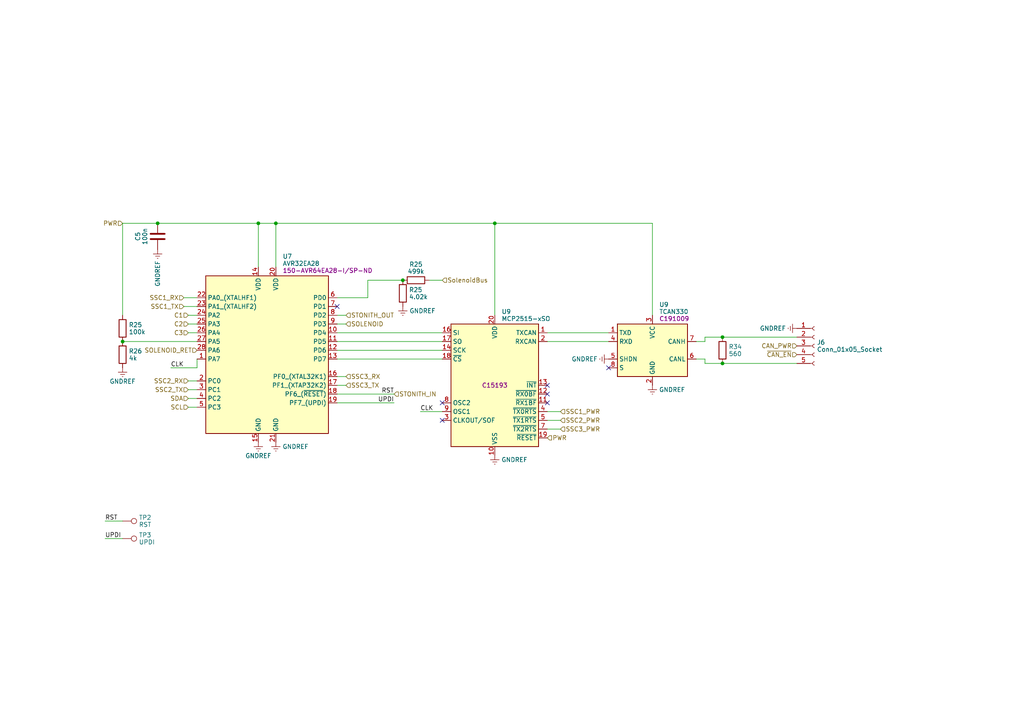
<source format=kicad_sch>
(kicad_sch (version 20230121) (generator eeschema)
  (paper "A4")
  (lib_symbols
    (symbol "Connector:Conn_01x05_Socket" (pin_names (offset 1.016) hide)
      (property "Reference" "J" (at 0 7.62 0))
      (property "Value" "Conn_01x05_Socket" (at 0 -7.62 0))
      (symbol "Conn_01x05_Socket_1_1"
        (arc (start 0 -4.572) (mid -0.5058 -5.08) (end 0 -5.588) (stroke (width 0.1524)))
        (arc (start 0 -2.032) (mid -0.5058 -2.54) (end 0 -3.048) (stroke (width 0.1524)))
        (polyline (pts (xy -1.27 -5.08) (xy -0.508 -5.08)) (stroke (width 0.1524)))
        (polyline (pts (xy -1.27 -2.54) (xy -0.508 -2.54)) (stroke (width 0.1524)))
        (polyline (pts (xy -1.27 0) (xy -0.508 0)) (stroke (width 0.1524)))
        (polyline (pts (xy -1.27 2.54) (xy -0.508 2.54)) (stroke (width 0.1524)))
        (polyline (pts (xy -1.27 5.08) (xy -0.508 5.08)) (stroke (width 0.1524)))
        (arc (start 0 0.508) (mid -0.5058 0) (end 0 -0.508) (stroke (width 0.1524)))
        (arc (start 0 3.048) (mid -0.5058 2.54) (end 0 2.032) (stroke (width 0.1524)))
        (arc (start 0 5.588) (mid -0.5058 5.08) (end 0 4.572) (stroke (width 0.1524)))
        (pin passive line (at -5.08 5.08 0) (length 3.81) (name "Pin_1") (number "1"))
        (pin passive line (at -5.08 2.54 0) (length 3.81) (name "Pin_2") (number "2"))
        (pin passive line (at -5.08 0 0) (length 3.81) (name "Pin_3") (number "3"))
        (pin passive line (at -5.08 -2.54 0) (length 3.81) (name "Pin_4") (number "4"))
        (pin passive line (at -5.08 -5.08 0) (length 3.81) (name "Pin_5") (number "5"))
      )
    )
    (symbol "Connector:TestPoint" (pin_numbers hide) (pin_names (offset 0.762) hide)
      (property "Reference" "TP" (at 0 6.858 0))
      (property "Value" "TestPoint" (at 0 5.08 0))
      (symbol "TestPoint_0_1"
        (circle (center 0 3.302) (radius 0.762))
      )
      (symbol "TestPoint_1_1"
        (pin passive line (at 0 0 90) (length 2.54) (name "1") (number "1"))
      )
    )
    (symbol "Device:C" (pin_numbers hide) (pin_names (offset 0.254))
      (property "Reference" "C" (at 0.635 2.54 0))
      (property "Value" "C" (at 0.635 -2.54 0))
      (symbol "C_0_1"
        (polyline (pts (xy -2.032 -0.762) (xy 2.032 -0.762)) (stroke (width 0.508)))
        (polyline (pts (xy -2.032 0.762) (xy 2.032 0.762)) (stroke (width 0.508)))
      )
      (symbol "C_1_1"
        (pin passive line (at 0 3.81 270) (length 2.794) (name "~") (number "1"))
        (pin passive line (at 0 -3.81 90) (length 2.794) (name "~") (number "2"))
      )
    )
    (symbol "Project:AVR64EA28"
      (property "Reference" "U" (at -17.78 24.13 0))
      (property "Value" "AVR64EA28" (at 2.54 -24.13 0))
      (property "Digikey Part #" "150-AVR64EA28-I/SP-ND" (at 0 0 0))
      (symbol "AVR64EA28_0_1"
        (rectangle (start -17.78 22.86) (end 17.78 -22.86) (stroke (width 0.254)) (fill (type background)))
      )
      (symbol "AVR64EA28_1_1"
        (pin bidirectional line (at -20.32 -1.27 0) (length 2.54) (name "PA7") (number "1"))
        (pin bidirectional line (at 20.32 6.35 180) (length 2.54) (name "PD4") (number "10"))
        (pin bidirectional line (at 20.32 3.81 180) (length 2.54) (name "PD5") (number "11"))
        (pin bidirectional line (at 20.32 1.27 180) (length 2.54) (name "PD6") (number "12"))
        (pin bidirectional line (at 20.32 -1.27 180) (length 2.54) (name "PD7") (number "13"))
        (pin power_in line (at -2.54 25.4 270) (length 2.54) (name "VDD") (number "14"))
        (pin power_in line (at -2.54 -25.4 90) (length 2.54) (name "GND") (number "15"))
        (pin bidirectional line (at 20.32 -6.35 180) (length 2.54) (name "PF0_(XTAL32K1)") (number "16"))
        (pin bidirectional line (at 20.32 -8.89 180) (length 2.54) (name "PF1_(XTAP32K2)") (number "17"))
        (pin bidirectional line (at 20.32 -11.43 180) (length 2.54) (name "PF6_(~{RESET})") (number "18"))
        (pin bidirectional line (at 20.32 -13.97 180) (length 2.54) (name "PF7_(UPDI)") (number "19"))
        (pin bidirectional line (at -20.32 -7.62 0) (length 2.54) (name "PC0") (number "2"))
        (pin power_in line (at 2.54 25.4 270) (length 2.54) (name "VDD") (number "20"))
        (pin power_in line (at 2.54 -25.4 90) (length 2.54) (name "GND") (number "21"))
        (pin bidirectional line (at -20.32 16.51 0) (length 2.54) (name "PA0_(XTALHF1)") (number "22"))
        (pin bidirectional line (at -20.32 13.97 0) (length 2.54) (name "PA1_(XTALHF2)") (number "23"))
        (pin bidirectional line (at -20.32 11.43 0) (length 2.54) (name "PA2") (number "24"))
        (pin bidirectional line (at -20.32 8.89 0) (length 2.54) (name "PA3") (number "25"))
        (pin bidirectional line (at -20.32 6.35 0) (length 2.54) (name "PA4") (number "26"))
        (pin bidirectional line (at -20.32 3.81 0) (length 2.54) (name "PA5") (number "27"))
        (pin bidirectional line (at -20.32 1.27 0) (length 2.54) (name "PA6") (number "28"))
        (pin bidirectional line (at -20.32 -10.16 0) (length 2.54) (name "PC1") (number "3"))
        (pin bidirectional line (at -20.32 -12.7 0) (length 2.54) (name "PC2") (number "4"))
        (pin bidirectional line (at -20.32 -15.24 0) (length 2.54) (name "PC3") (number "5"))
        (pin bidirectional line (at 20.32 16.51 180) (length 2.54) (name "PD0") (number "6"))
        (pin bidirectional line (at 20.32 13.97 180) (length 2.54) (name "PD1") (number "7"))
        (pin bidirectional line (at 20.32 11.43 180) (length 2.54) (name "PD2") (number "8"))
        (pin bidirectional line (at 20.32 8.89 180) (length 2.54) (name "PD3") (number "9"))
      )
    )
    (symbol "Project:MCP2515"
      (property "Reference" "U" (at -10.16 19.685 0))
      (property "Value" "MCP2515" (at 19.05 20.32 0))
      (property "JLC Part #" "C15193" (at 0 0 0))
      (symbol "MCP2515_0_1"
        (rectangle (start -12.7 17.78) (end 12.7 -17.78) (stroke (width 0.254)) (fill (type background)))
      )
      (symbol "MCP2515_1_1"
        (pin output line (at 15.24 15.24 180) (length 2.54) (name "TXCAN") (number "1"))
        (pin power_in line (at 0 -20.32 90) (length 2.54) (name "VSS") (number "10"))
        (pin output line (at 15.24 -5.08 180) (length 2.54) (name "~{RX1BF}") (number "11"))
        (pin output line (at 15.24 -2.54 180) (length 2.54) (name "~{RX0BF}") (number "12"))
        (pin output line (at 15.24 0 180) (length 2.54) (name "~{INT}") (number "13"))
        (pin input line (at -15.24 10.16 0) (length 2.54) (name "SCK") (number "14"))
        (pin input line (at -15.24 15.24 0) (length 2.54) (name "SI") (number "16"))
        (pin output line (at -15.24 12.7 0) (length 2.54) (name "SO") (number "17"))
        (pin input line (at -15.24 7.62 0) (length 2.54) (name "~{CS}") (number "18"))
        (pin input line (at 15.24 -15.24 180) (length 2.54) (name "~{RESET}") (number "19"))
        (pin input line (at 15.24 12.7 180) (length 2.54) (name "RXCAN") (number "2"))
        (pin power_in line (at 0 20.32 270) (length 2.54) (name "VDD") (number "20"))
        (pin output line (at -15.24 -10.16 0) (length 2.54) (name "CLKOUT/SOF") (number "3"))
        (pin input line (at 15.24 -7.62 180) (length 2.54) (name "~{TX0RTS}") (number "4"))
        (pin input line (at 15.24 -10.16 180) (length 2.54) (name "~{TX1RTS}") (number "5"))
        (pin input line (at 15.24 -12.7 180) (length 2.54) (name "~{TX2RTS}") (number "7"))
        (pin output line (at -15.24 -5.08 0) (length 2.54) (name "OSC2") (number "8"))
        (pin input line (at -15.24 -7.62 0) (length 2.54) (name "OSC1") (number "9"))
      )
    )
    (symbol "Project:R" (pin_numbers hide) (pin_names (offset 0))
      (property "Reference" "R" (at 2.032 0 90))
      (property "Value" "R" (at 0 0 90))
      (symbol "R_0_1"
        (rectangle (start -1.016 -2.54) (end 1.016 2.54) (stroke (width 0.254)))
      )
      (symbol "R_1_1"
        (pin passive line (at 0 3.81 270) (length 1.27) (name "~") (number "1"))
        (pin passive line (at 0 -3.81 90) (length 1.27) (name "~") (number "2"))
      )
    )
    (symbol "Project:TCAN330"
      (property "Reference" "U" (at -10.16 8.89 0))
      (property "Value" "TCAN330" (at 2.54 8.89 0))
      (property "JLC Part #" "C191009" (at 0 0 0))
      (symbol "TCAN330_0_1"
        (rectangle (start -10.16 7.62) (end 10.16 -7.62) (stroke (width 0.254)) (fill (type background)))
      )
      (symbol "TCAN330_1_1"
        (pin input line (at -12.7 5.08 0) (length 2.54) (name "TXD") (number "1"))
        (pin power_in line (at 0 -10.16 90) (length 2.54) (name "GND") (number "2"))
        (pin power_in line (at 0 10.16 270) (length 2.54) (name "VCC") (number "3"))
        (pin tri_state line (at -12.7 2.54 0) (length 2.54) (name "RXD") (number "4"))
        (pin input line (at -12.7 -2.54 0) (length 2.54) (name "SHDN") (number "5"))
        (pin bidirectional line (at 12.7 -2.54 180) (length 2.54) (name "CANL") (number "6"))
        (pin bidirectional line (at 12.7 2.54 180) (length 2.54) (name "CANH") (number "7"))
        (pin input line (at -12.7 -5.08 0) (length 2.54) (name "S") (number "8"))
      )
    )
    (symbol "power:GNDREF" (power) (pin_names (offset 0))
      (property "Value" "GNDREF" (at 0 -3.81 0))
      (symbol "GNDREF_0_1"
        (polyline (pts (xy -0.635 -1.905) (xy 0.635 -1.905)))
        (polyline (pts (xy -0.127 -2.54) (xy 0.127 -2.54)))
        (polyline (pts (xy 0 -1.27) (xy 0 0)))
        (polyline (pts (xy 1.27 -1.27) (xy -1.27 -1.27)))
      )
      (symbol "GNDREF_1_1"
        (pin power_in line (at 0 0 270) (length 0) hide (name "GNDREF") (number "1"))
      )
    )
  )
  (junction (at 143.51 64.77))
  (junction (at 80.01 64.77))
  (junction (at 45.72 64.77))
  (junction (at 209.55 97.79))
  (junction (at 209.55 105.41))
  (junction (at 116.84 81.28))
  (junction (at 74.93 64.77))
  (junction (at 35.56 99.06))
  (no_connect (at 176.53 106.68))
  (no_connect (at 128.27 121.92))
  (no_connect (at 97.79 88.9))
  (no_connect (at 128.27 116.84))
  (no_connect (at 158.75 116.84))
  (no_connect (at 158.75 111.76))
  (no_connect (at 158.75 114.3))
  (wire (pts (xy 35.56 156.21) (xy 30.48 156.21)))
  (wire (pts (xy 74.93 64.77) (xy 74.93 77.47)))
  (wire (pts (xy 209.55 105.41) (xy 231.14 105.41)))
  (wire (pts (xy 97.79 101.6) (xy 128.27 101.6)))
  (wire (pts (xy 97.79 116.84) (xy 114.3 116.84)))
  (wire (pts (xy 143.51 64.77) (xy 143.51 91.44)))
  (wire (pts (xy 54.61 115.57) (xy 57.15 115.57)))
  (wire (pts (xy 106.68 81.28) (xy 106.68 86.36)))
  (wire (pts (xy 204.47 105.41) (xy 209.55 105.41)))
  (wire (pts (xy 158.75 119.38) (xy 162.56 119.38)))
  (wire (pts (xy 74.93 64.77) (xy 80.01 64.77)))
  (wire (pts (xy 97.79 109.22) (xy 100.33 109.22)))
  (wire (pts (xy 97.79 96.52) (xy 128.27 96.52)))
  (wire (pts (xy 204.47 104.14) (xy 204.47 105.41)))
  (wire (pts (xy 97.79 111.76) (xy 100.33 111.76)))
  (wire (pts (xy 54.61 96.52) (xy 57.15 96.52)))
  (wire (pts (xy 49.53 106.68) (xy 57.15 106.68)))
  (wire (pts (xy 204.47 97.79) (xy 209.55 97.79)))
  (wire (pts (xy 121.92 119.38) (xy 128.27 119.38)))
  (wire (pts (xy 45.72 64.77) (xy 74.93 64.77)))
  (wire (pts (xy 158.75 121.92) (xy 162.56 121.92)))
  (wire (pts (xy 209.55 97.79) (xy 231.14 97.79)))
  (wire (pts (xy 35.56 99.06) (xy 57.15 99.06)))
  (wire (pts (xy 54.61 118.11) (xy 57.15 118.11)))
  (wire (pts (xy 80.01 64.77) (xy 143.51 64.77)))
  (wire (pts (xy 106.68 86.36) (xy 97.79 86.36)))
  (wire (pts (xy 204.47 99.06) (xy 204.47 97.79)))
  (wire (pts (xy 54.61 91.44) (xy 57.15 91.44)))
  (wire (pts (xy 35.56 64.77) (xy 45.72 64.77)))
  (wire (pts (xy 97.79 104.14) (xy 128.27 104.14)))
  (wire (pts (xy 201.93 99.06) (xy 204.47 99.06)))
  (wire (pts (xy 158.75 96.52) (xy 176.53 96.52)))
  (wire (pts (xy 189.23 64.77) (xy 189.23 91.44)))
  (wire (pts (xy 57.15 106.68) (xy 57.15 104.14)))
  (wire (pts (xy 97.79 93.98) (xy 100.33 93.98)))
  (wire (pts (xy 53.34 88.9) (xy 57.15 88.9)))
  (wire (pts (xy 97.79 99.06) (xy 128.27 99.06)))
  (wire (pts (xy 158.75 124.46) (xy 162.56 124.46)))
  (wire (pts (xy 124.46 81.28) (xy 128.27 81.28)))
  (wire (pts (xy 35.56 91.44) (xy 35.56 64.77)))
  (wire (pts (xy 35.56 151.13) (xy 30.48 151.13)))
  (wire (pts (xy 106.68 81.28) (xy 116.84 81.28)))
  (wire (pts (xy 97.79 114.3) (xy 114.3 114.3)))
  (wire (pts (xy 54.61 113.03) (xy 57.15 113.03)))
  (wire (pts (xy 143.51 64.77) (xy 189.23 64.77)))
  (wire (pts (xy 54.61 110.49) (xy 57.15 110.49)))
  (wire (pts (xy 80.01 64.77) (xy 80.01 77.47)))
  (wire (pts (xy 54.61 93.98) (xy 57.15 93.98)))
  (wire (pts (xy 201.93 104.14) (xy 204.47 104.14)))
  (wire (pts (xy 53.34 86.36) (xy 57.15 86.36)))
  (wire (pts (xy 158.75 99.06) (xy 176.53 99.06)))
  (wire (pts (xy 97.79 91.44) (xy 100.33 91.44)))
  (label "CLK" (at 49.53 106.68 0))
  (label "UPDI" (at 114.3 116.84 180))
  (label "RST" (at 30.48 151.13 0))
  (label "RST" (at 114.3 114.3 180))
  (label "UPDI" (at 30.48 156.21 0))
  (label "CLK" (at 121.92 119.38 0))
  (hierarchical_label "SSC1_TX" (shape input) (at 53.34 88.9 180))
  (hierarchical_label "SSC3_TX" (shape input) (at 100.33 111.76 0))
  (hierarchical_label "SSC3_RX" (shape input) (at 100.33 109.22 0))
  (hierarchical_label "SSC3_PWR" (shape input) (at 162.56 124.46 0))
  (hierarchical_label "PWR" (shape input) (at 35.56 64.77 180))
  (hierarchical_label "SSC2_PWR" (shape input) (at 162.56 121.92 0))
  (hierarchical_label "C2" (shape input) (at 54.61 93.98 180))
  (hierarchical_label "SOLENOID_RET" (shape input) (at 57.15 101.6 180))
  (hierarchical_label "SOLENOID" (shape input) (at 100.33 93.98 0))
  (hierarchical_label "SSC2_RX" (shape input) (at 54.61 110.49 180))
  (hierarchical_label "SCL" (shape input) (at 54.61 118.11 180))
  (hierarchical_label "PWR" (shape input) (at 158.75 127 0))
  (hierarchical_label "SSC1_PWR" (shape input) (at 162.56 119.38 0))
  (hierarchical_label "C3" (shape input) (at 54.61 96.52 180))
  (hierarchical_label "CAN_PWR" (shape input) (at 231.14 100.33 180))
  (hierarchical_label "SSC1_RX" (shape input) (at 53.34 86.36 180))
  (hierarchical_label "~{CAN_EN}" (shape input) (at 231.14 102.87 180))
  (hierarchical_label "SolenoidBus" (shape input) (at 128.27 81.28 0))
  (hierarchical_label "SDA" (shape input) (at 54.61 115.57 180))
  (hierarchical_label "C1" (shape input) (at 54.61 91.44 180))
  (hierarchical_label "STONITH_OUT" (shape input) (at 100.33 91.44 0))
  (hierarchical_label "SSC2_TX" (shape input) (at 54.61 113.03 180))
  (hierarchical_label "STONITH_IN" (shape input) (at 114.3 114.3 0))
  (symbol (lib_id "Connector:Conn_01x05_Socket") (at 236.22 100.33 0) (unit 1) (in_bom no)
    (property "Reference" "J6" (at 236.9312 99.306 0) (effects (justify left)))
    (property "Value" "Conn_01x05_Socket" (at 236.9312 101.354 0) (effects (justify left)))
    (property "Footprint" "Connector_PinHeader_1.00mm:PinHeader_1x05_P1.00mm_Vertical" (effects hide))
  )
  (symbol (lib_id "power:GNDREF") (at 143.51 132.08 0) (unit 1)
    (property "Reference" "#PWR023" (effects hide))
    (property "Value" "GNDREF" (at 145.415 133.35 0) (effects (justify left)))
    (instances (project "DiveCAN Head2" (path "" (reference "#PWR023") (unit 1)) (path "" (reference "#PWR040") (unit 1))))
  )
  (symbol (lib_id "Device:C") (at 45.72 68.58 180) (unit 1)
    (property "Reference" "C5" (at 39.981 68.58 90))
    (property "Value" "100n" (at 42.029 68.58 90))
    (property "Footprint" "Capacitor_SMD:C_0603_1608Metric" (effects hide))
    (property "MPN" "C14663" (effects hide))
    (instances (project "DiveCAN Head2" (path "" (reference "C5") (unit 1)) (path "" (reference "C12") (unit 1))))
  )
  (symbol (lib_id "Project:TCAN330") (at 189.23 101.6 0) (unit 1) (in_bom no)
    (property "Reference" "U9" (at 191.1859 88.352 0) (effects (justify left)))
    (property "Value" "TCAN330" (at 191.1859 90.4 0) (effects (justify left)))
    (property "Footprint" "Package_SO:SOIC-8_3.9x4.9mm_P1.27mm" (effects hide))
    (property "Datasheet" "http://www.ti.com/lit/ds/symlink/tcan337.pdf" (effects hide))
    (property "MPN" "C191009" (at 191.1859 92.448 0) (effects (justify left)))
  )
  (symbol (lib_id "Connector:TestPoint") (at 35.56 156.21 270) (unit 1)
    (property "Reference" "TP3" (at 40.259 155.186 90) (effects (justify left)))
    (property "Value" "UPDI" (at 40.259 157.234 90) (effects (justify left)))
    (property "Footprint" "TestPoint:TestPoint_Pad_D1.0mm" (effects hide))
  )
  (symbol (lib_id "power:GNDREF") (at 231.14 95.25 270) (unit 1)
    (property "Reference" "#PWR023" (effects hide))
    (property "Value" "GNDREF" (at 227.9651 95.25 90) (effects (justify right)))
    (instances (project "DiveCAN Head2" (path "" (reference "#PWR023") (unit 1)) (path "" (reference "#PWR043") (unit 1))))
  )
  (symbol (lib_id "Project:R") (at 120.65 81.28 90) (unit 1)
    (property "Reference" "R25" (at 120.65 76.684 90))
    (property "Value" "499k" (at 120.65 78.732 90))
    (property "Footprint" "Resistor_SMD:R_0402_1005Metric" (effects hide))
    (property "MPN" "C208899" (effects hide))
    (instances (project "DiveCAN Head2" (path "" (reference "R25") (unit 1)) (path "" (reference "R33") (unit 1))))
  )
  (symbol (lib_id "power:GNDREF") (at 35.56 106.68 0) (unit 1)
    (property "Reference" "#PWR024" (effects hide))
    (property "Value" "GNDREF" (at 35.56 110.625 0))
    (instances (project "DiveCAN Head2" (path "" (reference "#PWR024") (unit 1)) (path "" (reference "#PWR035") (unit 1))))
  )
  (symbol (lib_id "Project:R") (at 116.84 85.09 0) (unit 1)
    (property "Reference" "R25" (at 118.618 84.066 0) (effects (justify left)))
    (property "Value" "4.02k" (at 118.618 86.114 0) (effects (justify left)))
    (property "Footprint" "Resistor_SMD:R_0402_1005Metric" (effects hide))
    (property "MPN" "C100414" (effects hide))
    (instances (project "DiveCAN Head2" (path "" (reference "R25") (unit 1)) (path "" (reference "R32") (unit 1))))
  )
  (symbol (lib_id "power:GNDREF") (at 80.01 128.27 0) (unit 1)
    (property "Reference" "#PWR023" (effects hide))
    (property "Value" "GNDREF" (at 81.915 129.54 0) (effects (justify left)))
    (instances (project "DiveCAN Head2" (path "" (reference "#PWR023") (unit 1)) (path "" (reference "#PWR038") (unit 1))))
  )
  (symbol (lib_id "power:GNDREF") (at 176.53 104.14 270) (unit 1)
    (property "Reference" "#PWR023" (effects hide))
    (property "Value" "GNDREF" (at 173.3551 104.14 90) (effects (justify right)))
    (instances (project "DiveCAN Head2" (path "" (reference "#PWR023") (unit 1)) (path "" (reference "#PWR041") (unit 1))))
  )
  (symbol (lib_id "power:GNDREF") (at 116.84 88.9 0) (unit 1)
    (property "Reference" "#PWR023" (effects hide))
    (property "Value" "GNDREF" (at 118.745 90.17 0) (effects (justify left)))
    (instances (project "DiveCAN Head2" (path "" (reference "#PWR023") (unit 1)) (path "" (reference "#PWR039") (unit 1))))
  )
  (symbol (lib_id "power:GNDREF") (at 189.23 111.76 0) (unit 1)
    (property "Reference" "#PWR023" (effects hide))
    (property "Value" "GNDREF" (at 191.135 113.03 0) (effects (justify left)))
    (instances (project "DiveCAN Head2" (path "" (reference "#PWR023") (unit 1)) (path "" (reference "#PWR042") (unit 1))))
  )
  (symbol (lib_id "power:GNDREF") (at 74.93 128.27 0) (unit 1)
    (property "Reference" "#PWR022" (effects hide))
    (property "Value" "GNDREF" (at 74.93 132.215 0))
    (instances (project "DiveCAN Head2" (path "" (reference "#PWR022") (unit 1)) (path "" (reference "#PWR037") (unit 1))))
  )
  (symbol (lib_id "Connector:TestPoint") (at 35.56 151.13 270) (unit 1)
    (property "Reference" "TP2" (at 40.259 150.106 90) (effects (justify left)))
    (property "Value" "RST" (at 40.259 152.154 90) (effects (justify left)))
    (property "Footprint" "TestPoint:TestPoint_Pad_D1.0mm" (effects hide))
  )
  (symbol (lib_id "Project:MCP2515") (at 143.51 111.76 0) (unit 1)
    (property "Reference" "U9" (at 145.4659 90.4 0) (effects (justify left)))
    (property "Value" "MCP2515-xSO" (at 145.4659 92.448 0) (effects (justify left)))
    (property "Footprint" "Package_SO:TSSOP-20_4.4x6.5mm_P0.65mm" (effects hide))
    (property "Datasheet" "http://ww1.microchip.com/downloads/en/DeviceDoc/21801e.pdf" (effects hide))
    (property "JLC Part #" "C15193" (at 143.51 111.76 0))
    (instances (project "DiveCAN Head2" (path "" (reference "U9") (unit 1)) (path "" (reference "U8") (unit 1))))
  )
  (symbol (lib_id "Project:R") (at 209.55 101.6 0) (unit 1)
    (property "Reference" "R34" (at 211.328 100.576 0) (effects (justify left)))
    (property "Value" "560" (at 211.328 102.624 0) (effects (justify left)))
    (property "Footprint" "Resistor_SMD:R_0402_1005Metric" (effects hide))
    (property "MPN" "C163460" (effects hide))
  )
  (symbol (lib_id "power:GNDREF") (at 45.72 72.39 0) (unit 1)
    (property "Reference" "#PWR027" (effects hide))
    (property "Value" "GNDREF" (at 45.72 75.5649 90) (effects (justify right)))
    (instances (project "DiveCAN Head2" (path "" (reference "#PWR027") (unit 1)) (path "" (reference "#PWR036") (unit 1))))
  )
  (symbol (lib_id "Project:R") (at 35.56 95.25 0) (unit 1)
    (property "Reference" "R25" (at 37.338 94.226 0) (effects (justify left)))
    (property "Value" "100k" (at 37.338 96.274 0) (effects (justify left)))
    (property "Footprint" "Resistor_SMD:R_0402_1005Metric" (effects hide))
    (property "MPN" "C25741" (effects hide))
    (instances (project "DiveCAN Head2" (path "" (reference "R25") (unit 1)) (path "" (reference "R30") (unit 1))))
  )
  (symbol (lib_id "Project:R") (at 35.56 102.87 0) (unit 1)
    (property "Reference" "R26" (at 37.338 101.846 0) (effects (justify left)))
    (property "Value" "4k" (at 37.338 103.894 0) (effects (justify left)))
    (property "Footprint" "Resistor_SMD:R_0402_1005Metric" (effects hide))
    (property "MPN" "C2692757" (effects hide))
    (instances (project "DiveCAN Head2" (path "" (reference "R26") (unit 1)) (path "" (reference "R31") (unit 1))))
  )
  (symbol (lib_id "Project:AVR64EA28") (at 77.47 102.87 0) (unit 1)
    (property "Reference" "U7" (at 81.9659 74.382 0) (effects (justify left)))
    (property "Value" "AVR32EA28" (at 81.9659 76.43 0) (effects (justify left)))
    (property "Footprint" "Package_SO:SSOP-28_5.3x10.2mm_P0.65mm" (effects hide))
    (property "Datasheet" "https://ww1.microchip.com/downloads/aemDocuments/documents/MCU08/ProductDocuments/DataSheets/AVR64EA-28-32-48-DataSheet-DS40002443.pdf" (effects hide))
    (property "Digikey Part #" "150-AVR64EA28-I/SP-ND" (at 81.9659 78.478 0) (effects (justify left)))
  )
)
</source>
